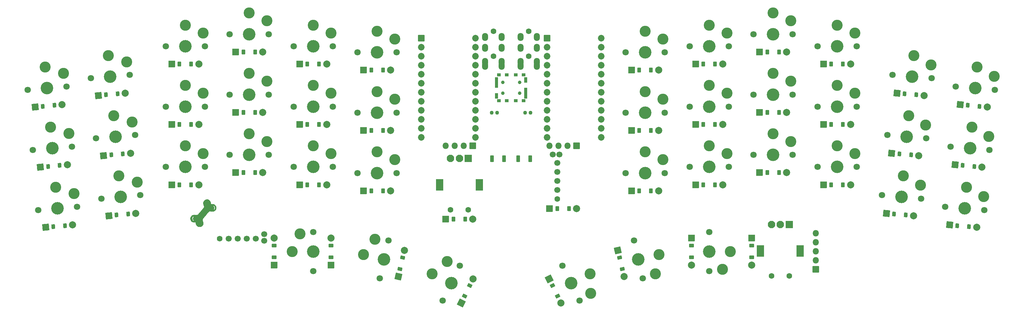
<source format=gbr>
%TF.GenerationSoftware,KiCad,Pcbnew,(6.0.6)*%
%TF.CreationDate,2022-07-17T13:15:28+02:00*%
%TF.ProjectId,main_wired,6d61696e-5f77-4697-9265-642e6b696361,v1.0.0*%
%TF.SameCoordinates,Original*%
%TF.FileFunction,Soldermask,Top*%
%TF.FilePolarity,Negative*%
%FSLAX46Y46*%
G04 Gerber Fmt 4.6, Leading zero omitted, Abs format (unit mm)*
G04 Created by KiCad (PCBNEW (6.0.6)) date 2022-07-17 13:15:28*
%MOMM*%
%LPD*%
G01*
G04 APERTURE LIST*
G04 Aperture macros list*
%AMRoundRect*
0 Rectangle with rounded corners*
0 $1 Rounding radius*
0 $2 $3 $4 $5 $6 $7 $8 $9 X,Y pos of 4 corners*
0 Add a 4 corners polygon primitive as box body*
4,1,4,$2,$3,$4,$5,$6,$7,$8,$9,$2,$3,0*
0 Add four circle primitives for the rounded corners*
1,1,$1+$1,$2,$3*
1,1,$1+$1,$4,$5*
1,1,$1+$1,$6,$7*
1,1,$1+$1,$8,$9*
0 Add four rect primitives between the rounded corners*
20,1,$1+$1,$2,$3,$4,$5,0*
20,1,$1+$1,$4,$5,$6,$7,0*
20,1,$1+$1,$6,$7,$8,$9,0*
20,1,$1+$1,$8,$9,$2,$3,0*%
G04 Aperture macros list end*
%ADD10C,1.100000*%
%ADD11C,3.100000*%
%ADD12C,1.801800*%
%ADD13C,3.529000*%
%ADD14RoundRect,0.050000X-0.850000X-0.850000X0.850000X-0.850000X0.850000X0.850000X-0.850000X0.850000X0*%
%ADD15O,1.800000X1.800000*%
%ADD16RoundRect,0.050000X-0.600000X0.450000X-0.600000X-0.450000X0.600000X-0.450000X0.600000X0.450000X0*%
%ADD17C,2.005000*%
%ADD18RoundRect,0.050000X-0.889000X0.889000X-0.889000X-0.889000X0.889000X-0.889000X0.889000X0.889000X0*%
%ADD19C,1.000000*%
%ADD20RoundRect,0.050000X-0.500000X-0.400000X0.500000X-0.400000X0.500000X0.400000X-0.500000X0.400000X0*%
%ADD21RoundRect,0.050000X-0.350000X-0.750000X0.350000X-0.750000X0.350000X0.750000X-0.350000X0.750000X0*%
%ADD22C,1.600000*%
%ADD23O,1.700000X2.300000*%
%ADD24RoundRect,0.050000X0.600000X-0.450000X0.600000X0.450000X-0.600000X0.450000X-0.600000X-0.450000X0*%
%ADD25RoundRect,0.050000X0.889000X-0.889000X0.889000X0.889000X-0.889000X0.889000X-0.889000X-0.889000X0*%
%ADD26C,1.700000*%
%ADD27RoundRect,0.050000X-0.450000X-0.600000X0.450000X-0.600000X0.450000X0.600000X-0.450000X0.600000X0*%
%ADD28RoundRect,0.050000X-0.889000X-0.889000X0.889000X-0.889000X0.889000X0.889000X-0.889000X0.889000X0*%
%ADD29RoundRect,0.050000X-1.000000X1.600000X-1.000000X-1.600000X1.000000X-1.600000X1.000000X1.600000X0*%
%ADD30RoundRect,0.050000X-1.000000X1.000000X-1.000000X-1.000000X1.000000X-1.000000X1.000000X1.000000X0*%
%ADD31C,2.100000*%
%ADD32RoundRect,0.050000X-0.500581X-0.558497X0.395994X-0.636937X0.500581X0.558497X-0.395994X0.636937X0*%
%ADD33RoundRect,0.050000X-0.963099X-0.808136X0.808136X-0.963099X0.963099X0.808136X-0.808136X0.963099X0*%
%ADD34RoundRect,0.050000X-0.685850X0.303496X-0.483394X-0.573437X0.685850X-0.303496X0.483394X0.573437X0*%
%ADD35RoundRect,0.050000X-1.066196X0.666234X-0.666234X-1.066196X1.066196X-0.666234X0.666234X1.066196X0*%
%ADD36RoundRect,0.050000X-0.395994X-0.636937X0.500581X-0.558497X0.395994X0.636937X-0.500581X0.558497X0*%
%ADD37RoundRect,0.050000X-0.808136X-0.963099X0.963099X-0.808136X0.808136X0.963099X-0.963099X0.808136X0*%
%ADD38RoundRect,0.050000X0.342009X-0.667480X0.736543X0.141435X-0.342009X0.667480X-0.736543X-0.141435X0*%
%ADD39RoundRect,0.050000X0.409316X-1.188740X1.188740X0.409316X-0.409316X1.188740X-1.188740X-0.409316X0*%
%ADD40RoundRect,0.050000X-0.450000X-0.850000X0.450000X-0.850000X0.450000X0.850000X-0.450000X0.850000X0*%
%ADD41RoundRect,0.050000X-0.876300X0.876300X-0.876300X-0.876300X0.876300X-0.876300X0.876300X0.876300X0*%
%ADD42C,1.852600*%
%ADD43RoundRect,0.050000X0.483394X-0.573437X0.685850X0.303496X-0.483394X0.573437X-0.685850X-0.303496X0*%
%ADD44RoundRect,0.050000X0.666234X-1.066196X1.066196X0.666234X-0.666234X1.066196X-1.066196X-0.666234X0*%
%ADD45RoundRect,0.050000X-0.736543X0.141435X-0.342009X-0.667480X0.736543X-0.141435X0.342009X0.667480X0*%
%ADD46RoundRect,0.050000X-1.188740X0.409316X-0.409316X-1.188740X1.188740X-0.409316X0.409316X1.188740X0*%
G04 APERTURE END LIST*
%TO.C,REF\u002A\u002A*%
G36*
X123773592Y-91678533D02*
G01*
X123794607Y-91540534D01*
X123833305Y-91408437D01*
X123834777Y-91404481D01*
X123891459Y-91279981D01*
X123964581Y-91163996D01*
X124052707Y-91058192D01*
X124154403Y-90964228D01*
X124268238Y-90883769D01*
X124299883Y-90865132D01*
X124396069Y-90816028D01*
X124492767Y-90778112D01*
X124594285Y-90750213D01*
X124704936Y-90731164D01*
X124829033Y-90719792D01*
X124837384Y-90719306D01*
X124909431Y-90715903D01*
X124971019Y-90714894D01*
X125026736Y-90716760D01*
X125081165Y-90721983D01*
X125138894Y-90731047D01*
X125204506Y-90744431D01*
X125282590Y-90762620D01*
X125307647Y-90768721D01*
X125368261Y-90783328D01*
X125414542Y-90793610D01*
X125450669Y-90800116D01*
X125480818Y-90803393D01*
X125509169Y-90803990D01*
X125539900Y-90802453D01*
X125555470Y-90801225D01*
X125602000Y-90796317D01*
X125637679Y-90789249D01*
X125670796Y-90777743D01*
X125709641Y-90759524D01*
X125712482Y-90758094D01*
X125751786Y-90736796D01*
X125792020Y-90711854D01*
X125833926Y-90682495D01*
X125878241Y-90647948D01*
X125925709Y-90607440D01*
X125977066Y-90560199D01*
X126033055Y-90505451D01*
X126094416Y-90442426D01*
X126161889Y-90370350D01*
X126236212Y-90288452D01*
X126318129Y-90195957D01*
X126408377Y-90092097D01*
X126507699Y-89976096D01*
X126616833Y-89847183D01*
X126736520Y-89704584D01*
X126833342Y-89588567D01*
X126949862Y-89448472D01*
X127054584Y-89322050D01*
X127148124Y-89208409D01*
X127231097Y-89106652D01*
X127304118Y-89015885D01*
X127367804Y-88935215D01*
X127422770Y-88863744D01*
X127469631Y-88800580D01*
X127509005Y-88744826D01*
X127541505Y-88695588D01*
X127567749Y-88651971D01*
X127588351Y-88613081D01*
X127603927Y-88578022D01*
X127615093Y-88545901D01*
X127622465Y-88515821D01*
X127626658Y-88486888D01*
X127628287Y-88458208D01*
X127628205Y-88445942D01*
X127628121Y-88433444D01*
X127621436Y-88361558D01*
X127605267Y-88273951D01*
X127589669Y-88211137D01*
X130312041Y-88211137D01*
X130315406Y-88244270D01*
X130333427Y-88286282D01*
X130366442Y-88338072D01*
X130392629Y-88372991D01*
X130418414Y-88408478D01*
X130442529Y-88445932D01*
X130458105Y-88474051D01*
X130482341Y-88537857D01*
X130500944Y-88614578D01*
X130513259Y-88698648D01*
X130518626Y-88784498D01*
X130516387Y-88866559D01*
X130510374Y-88916224D01*
X130502460Y-88950023D01*
X130488874Y-88994836D01*
X130471701Y-89044183D01*
X130457448Y-89080932D01*
X130433493Y-89143170D01*
X130418684Y-89191445D01*
X130412704Y-89228437D01*
X130415235Y-89256821D01*
X130425963Y-89279275D01*
X130432964Y-89287717D01*
X130452754Y-89305529D01*
X130469661Y-89309295D01*
X130489899Y-89298989D01*
X130504549Y-89287443D01*
X130543760Y-89245603D01*
X130581531Y-89187939D01*
X130616483Y-89117767D01*
X130647236Y-89038403D01*
X130672410Y-88953164D01*
X130690623Y-88865366D01*
X130695998Y-88827425D01*
X130700648Y-88742126D01*
X130692889Y-88659374D01*
X130671884Y-88575984D01*
X130636792Y-88488773D01*
X130586774Y-88394558D01*
X130577884Y-88379543D01*
X130545829Y-88328151D01*
X130517952Y-88289036D01*
X130490224Y-88257183D01*
X130458619Y-88227576D01*
X130449965Y-88220210D01*
X130408459Y-88188394D01*
X130376203Y-88171236D01*
X130350912Y-88168117D01*
X130330298Y-88178422D01*
X130323002Y-88185983D01*
X130312041Y-88211137D01*
X127589669Y-88211137D01*
X127579806Y-88171415D01*
X127545248Y-88054741D01*
X127509350Y-87946452D01*
X127468252Y-87819004D01*
X127437841Y-87704212D01*
X127417719Y-87599132D01*
X127407490Y-87500815D01*
X127406757Y-87406313D01*
X127415123Y-87312677D01*
X127419782Y-87281650D01*
X127449036Y-87159713D01*
X127495604Y-87038952D01*
X127557702Y-86921815D01*
X127633546Y-86810749D01*
X127721351Y-86708197D01*
X127819333Y-86616608D01*
X127925708Y-86538429D01*
X127989290Y-86500869D01*
X128055128Y-86467030D01*
X128114647Y-86440854D01*
X128172678Y-86421001D01*
X128234046Y-86406132D01*
X128303581Y-86394907D01*
X128386109Y-86385987D01*
X128411363Y-86383791D01*
X128476421Y-86378589D01*
X128526704Y-86375360D01*
X128566477Y-86374140D01*
X128600009Y-86374962D01*
X128631565Y-86377859D01*
X128665413Y-86382865D01*
X128683211Y-86385937D01*
X128820815Y-86419770D01*
X128951363Y-86470608D01*
X129073488Y-86537219D01*
X129185815Y-86618373D01*
X129286974Y-86712840D01*
X129375595Y-86819391D01*
X129450305Y-86936793D01*
X129509732Y-87063819D01*
X129540747Y-87155178D01*
X129549972Y-87193145D01*
X129560245Y-87245852D01*
X129570827Y-87308981D01*
X129580973Y-87378213D01*
X129586949Y-87424154D01*
X129597284Y-87503918D01*
X129607539Y-87566542D01*
X129619505Y-87613931D01*
X129634973Y-87647997D01*
X129655736Y-87670643D01*
X129683583Y-87683782D01*
X129720307Y-87689320D01*
X129767699Y-87689164D01*
X129827550Y-87685222D01*
X129831750Y-87684894D01*
X129981229Y-87677158D01*
X130116093Y-87678944D01*
X130238521Y-87690595D01*
X130350694Y-87712456D01*
X130454794Y-87744869D01*
X130552999Y-87788181D01*
X130581318Y-87803175D01*
X130698345Y-87878243D01*
X130803853Y-87967776D01*
X130896896Y-88070285D01*
X130976532Y-88184278D01*
X131041817Y-88308267D01*
X131091807Y-88440761D01*
X131125556Y-88580272D01*
X131139212Y-88683552D01*
X131144804Y-88794827D01*
X131140541Y-88895359D01*
X131125991Y-88991061D01*
X131112868Y-89045946D01*
X131068428Y-89174982D01*
X131006891Y-89297577D01*
X130929687Y-89412099D01*
X130838247Y-89516913D01*
X130734000Y-89610388D01*
X130618377Y-89690889D01*
X130492808Y-89756784D01*
X130488722Y-89758598D01*
X130421176Y-89786109D01*
X130356287Y-89807066D01*
X130288487Y-89822782D01*
X130212213Y-89834571D01*
X130131037Y-89842967D01*
X130070458Y-89847757D01*
X130019044Y-89850412D01*
X129972350Y-89850661D01*
X129925930Y-89848239D01*
X129875340Y-89842875D01*
X129816135Y-89834303D01*
X129743870Y-89822253D01*
X129720571Y-89818199D01*
X129621340Y-89803167D01*
X129521037Y-89792265D01*
X129424708Y-89785847D01*
X129337396Y-89784263D01*
X129274139Y-89786975D01*
X129230470Y-89790922D01*
X129199209Y-89795721D01*
X129173671Y-89803523D01*
X129147167Y-89816479D01*
X129113012Y-89836742D01*
X129105946Y-89841078D01*
X129075013Y-89861444D01*
X129042723Y-89885680D01*
X129007871Y-89915010D01*
X128969252Y-89950660D01*
X128925661Y-89993859D01*
X128875893Y-90045829D01*
X128818744Y-90107799D01*
X128753009Y-90180994D01*
X128677482Y-90266639D01*
X128597374Y-90358567D01*
X128461569Y-90516070D01*
X128326944Y-90674144D01*
X128194862Y-90831118D01*
X128066686Y-90985326D01*
X127943776Y-91135099D01*
X127827498Y-91278768D01*
X127719211Y-91414665D01*
X127620279Y-91541122D01*
X127532063Y-91656472D01*
X127475566Y-91732230D01*
X127413044Y-91818433D01*
X127362224Y-91892561D01*
X127322545Y-91957237D01*
X127293449Y-92015087D01*
X127274380Y-92068736D01*
X127264777Y-92120808D01*
X127264084Y-92173929D01*
X127271741Y-92230723D01*
X127287192Y-92293813D01*
X127309876Y-92365827D01*
X127329073Y-92421018D01*
X127365769Y-92526885D01*
X127395596Y-92619447D01*
X127419681Y-92702786D01*
X127439151Y-92780984D01*
X127455136Y-92858124D01*
X127464359Y-92910659D01*
X127483023Y-93065098D01*
X127486221Y-93208857D01*
X127473752Y-93342809D01*
X127445415Y-93467824D01*
X127401007Y-93584774D01*
X127340327Y-93694528D01*
X127263172Y-93797959D01*
X127257209Y-93804917D01*
X127156896Y-93906454D01*
X127044099Y-93993982D01*
X126920390Y-94066487D01*
X126787343Y-94122957D01*
X126740865Y-94138141D01*
X126695899Y-94149287D01*
X126637324Y-94160241D01*
X126570443Y-94170353D01*
X126500565Y-94178975D01*
X126432991Y-94185459D01*
X126373028Y-94189156D01*
X126325980Y-94189419D01*
X126322629Y-94189255D01*
X126227504Y-94180591D01*
X126142576Y-94164737D01*
X126059714Y-94140016D01*
X126029124Y-94128739D01*
X125913522Y-94074422D01*
X125802637Y-94003163D01*
X125698197Y-93916928D01*
X125601928Y-93817679D01*
X125515562Y-93707383D01*
X125440823Y-93588002D01*
X125379442Y-93461503D01*
X125336517Y-93341410D01*
X125325502Y-93296464D01*
X125315690Y-93238977D01*
X125306730Y-93166610D01*
X125299779Y-93094578D01*
X125293486Y-93026204D01*
X125287530Y-92974427D01*
X125280953Y-92936746D01*
X125272799Y-92910661D01*
X125262111Y-92893672D01*
X125247929Y-92883279D01*
X125229298Y-92876979D01*
X125215357Y-92874083D01*
X125188023Y-92871660D01*
X125149422Y-92871493D01*
X125107295Y-92873586D01*
X125101749Y-92874043D01*
X124931954Y-92882096D01*
X124773853Y-92875811D01*
X124627733Y-92855228D01*
X124493883Y-92820392D01*
X124372593Y-92771342D01*
X124363143Y-92766655D01*
X124240003Y-92694493D01*
X124129126Y-92608633D01*
X124031556Y-92510320D01*
X123948328Y-92400799D01*
X123880483Y-92281313D01*
X123829062Y-92153103D01*
X123817016Y-92113208D01*
X123784760Y-91966342D01*
X123778084Y-91899238D01*
X123770297Y-91820959D01*
X123771989Y-91747823D01*
X124373855Y-91747823D01*
X124376561Y-91846879D01*
X124390493Y-91945365D01*
X124414521Y-92040774D01*
X124447514Y-92130599D01*
X124488337Y-92212331D01*
X124535862Y-92283465D01*
X124588954Y-92341490D01*
X124646483Y-92383901D01*
X124665344Y-92393626D01*
X124693248Y-92406310D01*
X124713117Y-92414911D01*
X124719826Y-92417355D01*
X124728988Y-92412678D01*
X124747469Y-92401499D01*
X124749547Y-92400187D01*
X124767658Y-92385001D01*
X124775297Y-92371133D01*
X124775278Y-92370323D01*
X124767463Y-92343099D01*
X124748789Y-92304696D01*
X124721020Y-92258321D01*
X124685919Y-92207184D01*
X124684959Y-92205869D01*
X124624045Y-92112333D01*
X124580017Y-92020356D01*
X124551442Y-91925935D01*
X124536891Y-91825067D01*
X124534783Y-91785553D01*
X124535015Y-91715769D01*
X124541769Y-91657135D01*
X124556712Y-91602284D01*
X124581515Y-91543850D01*
X124596071Y-91514932D01*
X124628665Y-91444907D01*
X124648745Y-91384517D01*
X124656187Y-91334791D01*
X124650869Y-91296757D01*
X124632667Y-91271441D01*
X124625902Y-91267120D01*
X124610795Y-91260279D01*
X124597300Y-91259807D01*
X124579536Y-91266996D01*
X124551622Y-91283137D01*
X124550890Y-91283577D01*
X124500334Y-91324997D01*
X124457712Y-91383093D01*
X124423366Y-91456969D01*
X124397638Y-91545733D01*
X124380868Y-91648487D01*
X124373855Y-91747823D01*
X123771989Y-91747823D01*
X123773592Y-91678533D01*
G37*
%TD*%
D10*
%TO.C,*%
X210113557Y-61956210D03*
X208613557Y-61956210D03*
%TD*%
D11*
%TO.C,S26*%
X330688814Y-65433601D03*
D12*
X330860077Y-69212909D03*
X319901935Y-68254195D03*
D13*
X325381006Y-68733552D03*
D11*
X325899583Y-62806194D03*
%TD*%
D13*
%TO.C,S42*%
X230915733Y-109987800D03*
D11*
X236478066Y-112837878D03*
D12*
X233326774Y-114931167D03*
X228504692Y-105044433D03*
D11*
X236263558Y-107379492D03*
%TD*%
D14*
%TO.C,REF\u002A\u002A*%
X299763557Y-106056210D03*
D15*
X299763557Y-103516210D03*
X299763557Y-100976210D03*
X299763557Y-98436210D03*
X299763557Y-95896210D03*
%TD*%
D16*
%TO.C,D40*%
X264763557Y-99406210D03*
D17*
X264763557Y-104866210D03*
D18*
X264763557Y-97246210D03*
D16*
X264763557Y-102706210D03*
%TD*%
D13*
%TO.C,S28*%
X305763557Y-77256210D03*
D11*
X310763557Y-73506210D03*
D12*
X300263557Y-77256210D03*
D11*
X305763557Y-71306210D03*
D12*
X311263557Y-77256210D03*
%TD*%
D19*
%TO.C,*%
X216433557Y-56456210D03*
D20*
X217543557Y-58606210D03*
D19*
X216433557Y-53456210D03*
X216433557Y-56456210D03*
D20*
X215333557Y-58606210D03*
X215333557Y-51306210D03*
D19*
X216433557Y-53456210D03*
D20*
X217543557Y-51306210D03*
D21*
X218193557Y-52706210D03*
X218193557Y-55706210D03*
X218193557Y-57206210D03*
%TD*%
D12*
%TO.C,S22*%
X336203627Y-88451840D03*
D11*
X346990506Y-85631246D03*
D13*
X341682698Y-88931197D03*
D12*
X347161769Y-89410554D03*
D11*
X342201275Y-83003839D03*
%TD*%
D22*
%TO.C,REF\u002A\u002A*%
X209063557Y-39056210D03*
X209063557Y-46056210D03*
D23*
X211363557Y-48756210D03*
X206763557Y-48756210D03*
X206763557Y-47656210D03*
X211363557Y-47656210D03*
X206763557Y-43656210D03*
X211363557Y-43656210D03*
X211363557Y-40656210D03*
X206763557Y-40656210D03*
%TD*%
D13*
%TO.C,S8*%
X122363557Y-60256210D03*
D11*
X122363557Y-54306210D03*
X127363557Y-56506210D03*
D12*
X127863557Y-60256210D03*
X116863557Y-60256210D03*
%TD*%
D17*
%TO.C,D19*%
X163363557Y-97246210D03*
D24*
X163363557Y-102706210D03*
D25*
X163363557Y-104866210D03*
D24*
X163363557Y-99406210D03*
%TD*%
D22*
%TO.C,REF\u002A\u002A*%
X227038557Y-86256210D03*
D26*
X227038557Y-76146210D03*
X227038557Y-78686210D03*
X227038557Y-81226210D03*
X227038557Y-83766210D03*
X225813557Y-73756210D03*
X227663557Y-73756210D03*
%TD*%
D13*
%TO.C,S11*%
X140363557Y-56856210D03*
D11*
X145363557Y-53106210D03*
D12*
X134863557Y-56856210D03*
X145863557Y-56856210D03*
D11*
X140363557Y-50906210D03*
%TD*%
D27*
%TO.C,D32*%
X286113557Y-61856210D03*
D17*
X291573557Y-61856210D03*
D27*
X289413557Y-61856210D03*
D28*
X283953557Y-61856210D03*
%TD*%
D17*
%TO.C,D13*%
X162173557Y-82256210D03*
D27*
X156713557Y-82256210D03*
D28*
X154553557Y-82256210D03*
D27*
X160013557Y-82256210D03*
%TD*%
D17*
%TO.C,D29*%
X309573557Y-65256210D03*
D27*
X304113557Y-65256210D03*
X307413557Y-65256210D03*
D28*
X301953557Y-65256210D03*
%TD*%
D29*
%TO.C,ROT2*%
X284203557Y-100936210D03*
X295403557Y-100936210D03*
D22*
X292303557Y-107936210D03*
X287303557Y-107936210D03*
D30*
X292303557Y-93436210D03*
D31*
X287303557Y-93436210D03*
X289803557Y-93436210D03*
%TD*%
D14*
%TO.C,OLED2*%
X232473557Y-71306210D03*
D15*
X229933557Y-71306210D03*
X227393557Y-71306210D03*
X224853557Y-71306210D03*
%TD*%
D32*
%TO.C,D22*%
X339603198Y-93768363D03*
D17*
X345042421Y-94244233D03*
D33*
X337451417Y-93580107D03*
D32*
X342890640Y-94055977D03*
%TD*%
D34*
%TO.C,D41*%
X244587813Y-102825974D03*
D17*
X245816046Y-108146035D03*
D34*
X245330151Y-106041396D03*
D35*
X244101918Y-100721335D03*
%TD*%
D27*
%TO.C,D36*%
X268113557Y-48256210D03*
D17*
X273573557Y-48256210D03*
D28*
X265953557Y-48256210D03*
D27*
X271413557Y-48256210D03*
%TD*%
D14*
%TO.C,OLED1*%
X203273557Y-71306210D03*
D15*
X200733557Y-71306210D03*
X198193557Y-71306210D03*
X195653557Y-71306210D03*
%TD*%
D11*
%TO.C,S5*%
X102227531Y-62806194D03*
X107400247Y-64562043D03*
D12*
X108225179Y-68254195D03*
X97267037Y-69212909D03*
D13*
X102746108Y-68733552D03*
%TD*%
D10*
%TO.C,*%
X218013557Y-61956210D03*
X219513557Y-61956210D03*
%TD*%
D27*
%TO.C,D37*%
X250113557Y-83956210D03*
D17*
X255573557Y-83956210D03*
D27*
X253413557Y-83956210D03*
D28*
X247953557Y-83956210D03*
%TD*%
D27*
%TO.C,D38*%
X250113557Y-66956210D03*
D17*
X255573557Y-66956210D03*
D27*
X253413557Y-66956210D03*
D28*
X247953557Y-66956210D03*
%TD*%
D17*
%TO.C,D24*%
X348005716Y-60373613D03*
D32*
X342566493Y-59897743D03*
D33*
X340414712Y-59709487D03*
D32*
X345853935Y-60185357D03*
%TD*%
D27*
%TO.C,D34*%
X268113557Y-82256210D03*
D17*
X273573557Y-82256210D03*
D27*
X271413557Y-82256210D03*
D28*
X265953557Y-82256210D03*
%TD*%
D11*
%TO.C,S9*%
X127363557Y-39506210D03*
D12*
X127863557Y-43256210D03*
X116863557Y-43256210D03*
D11*
X122363557Y-37306210D03*
D13*
X122363557Y-43256210D03*
%TD*%
D27*
%TO.C,D28*%
X304113557Y-82256210D03*
D17*
X309573557Y-82256210D03*
D27*
X307413557Y-82256210D03*
D28*
X301953557Y-82256210D03*
%TD*%
D32*
%TO.C,D25*%
X321819858Y-90506029D03*
D17*
X327259081Y-90981899D03*
D33*
X319668077Y-90317773D03*
D32*
X325107300Y-90793643D03*
%TD*%
D11*
%TO.C,S39*%
X251763557Y-39006210D03*
D12*
X246263557Y-44956210D03*
D13*
X251763557Y-44956210D03*
D11*
X256763557Y-41206210D03*
D12*
X257263557Y-44956210D03*
%TD*%
D17*
%TO.C,D14*%
X162173557Y-65256210D03*
D27*
X156713557Y-65256210D03*
D28*
X154553557Y-65256210D03*
D27*
X160013557Y-65256210D03*
%TD*%
D17*
%TO.C,D16*%
X180173557Y-83956210D03*
D27*
X174713557Y-83956210D03*
D28*
X172553557Y-83956210D03*
D27*
X178013557Y-83956210D03*
%TD*%
D12*
%TO.C,S21*%
X199622421Y-105044433D03*
X194800339Y-114931167D03*
D11*
X196032758Y-103849938D03*
D13*
X197211380Y-109987800D03*
D11*
X191863555Y-107379492D03*
%TD*%
D22*
%TO.C,REF\u002A\u002A*%
X219013557Y-39056210D03*
X219013557Y-46056210D03*
D23*
X221313557Y-48756210D03*
X216713557Y-48756210D03*
X221313557Y-47656210D03*
X216713557Y-47656210D03*
X216713557Y-43656210D03*
X221313557Y-43656210D03*
X221313557Y-40656210D03*
X216713557Y-40656210D03*
%TD*%
D13*
%TO.C,S10*%
X140363557Y-73856210D03*
D11*
X145363557Y-70106210D03*
X140363557Y-67906210D03*
D12*
X145863557Y-73856210D03*
X134863557Y-73856210D03*
%TD*%
D17*
%TO.C,D46*%
X281763557Y-104866210D03*
D16*
X281763557Y-99406210D03*
X281763557Y-102706210D03*
D18*
X281763557Y-97246210D03*
%TD*%
D12*
%TO.C,S38*%
X257263557Y-61956210D03*
D13*
X251763557Y-61956210D03*
D12*
X246263557Y-61956210D03*
D11*
X256763557Y-58206210D03*
X251763557Y-56006210D03*
%TD*%
D17*
%TO.C,D44*%
X232473557Y-88956210D03*
D27*
X227013557Y-88956210D03*
D28*
X224853557Y-88956210D03*
D27*
X230313557Y-88956210D03*
%TD*%
D11*
%TO.C,S33*%
X287763557Y-33906210D03*
D12*
X293263557Y-39856210D03*
D11*
X292763557Y-36106210D03*
D12*
X282263557Y-39856210D03*
D13*
X287763557Y-39856210D03*
%TD*%
D17*
%TO.C,D2*%
X89194049Y-76644797D03*
D36*
X83754826Y-77120667D03*
X87042268Y-76833053D03*
D37*
X81603045Y-77308923D03*
%TD*%
D12*
%TO.C,S1*%
X80965345Y-89410554D03*
D13*
X86444416Y-88931197D03*
D11*
X91098555Y-84759688D03*
D12*
X91923487Y-88451840D03*
D11*
X85925839Y-83003839D03*
%TD*%
D29*
%TO.C,ROT1*%
X205103557Y-82336210D03*
X193903557Y-82336210D03*
D22*
X202003557Y-89336210D03*
X197003557Y-89336210D03*
D30*
X202003557Y-74836210D03*
D31*
X197003557Y-74836210D03*
X199503557Y-74836210D03*
%TD*%
D17*
%TO.C,D11*%
X144173557Y-61856210D03*
D27*
X138713557Y-61856210D03*
D28*
X136553557Y-61856210D03*
D27*
X142013557Y-61856210D03*
%TD*%
D36*
%TO.C,D1*%
X85236473Y-94055977D03*
D17*
X90675696Y-93580107D03*
D36*
X88523915Y-93768363D03*
D37*
X83084692Y-94244233D03*
%TD*%
D17*
%TO.C,D21*%
X203375544Y-108755250D03*
D38*
X200982038Y-113662665D03*
D39*
X200035156Y-115604060D03*
D38*
X202428662Y-110696645D03*
%TD*%
D40*
%TO.C,*%
X219463557Y-74956210D03*
X216063557Y-74956210D03*
%TD*%
D12*
%TO.C,S12*%
X134863557Y-39856210D03*
D13*
X140363557Y-39856210D03*
D12*
X145863557Y-39856210D03*
D11*
X140363557Y-33906210D03*
X145363557Y-36106210D03*
%TD*%
D17*
%TO.C,D26*%
X328740729Y-74046589D03*
D32*
X323301506Y-73570719D03*
D33*
X321149725Y-73382463D03*
D32*
X326588948Y-73858333D03*
%TD*%
D13*
%TO.C,S20*%
X178296281Y-103308930D03*
D11*
X172498779Y-101970471D03*
D12*
X179533512Y-97949895D03*
X177059050Y-108667965D03*
D11*
X175767149Y-97593513D03*
%TD*%
D27*
%TO.C,D31*%
X286113557Y-78856210D03*
D17*
X291573557Y-78856210D03*
D28*
X283953557Y-78856210D03*
D27*
X289413557Y-78856210D03*
%TD*%
D11*
%TO.C,S25*%
X329207166Y-82368911D03*
X324417935Y-79741504D03*
D12*
X329378429Y-86148219D03*
X318420287Y-85189505D03*
D13*
X323899358Y-85668862D03*
%TD*%
D17*
%TO.C,D30*%
X309573557Y-48256210D03*
D27*
X304113557Y-48256210D03*
D28*
X301953557Y-48256210D03*
D27*
X307413557Y-48256210D03*
%TD*%
D13*
%TO.C,S36*%
X269763557Y-43256210D03*
D12*
X275263557Y-43256210D03*
D11*
X269763557Y-37306210D03*
D12*
X264263557Y-43256210D03*
D11*
X274763557Y-39506210D03*
%TD*%
D27*
%TO.C,D12*%
X138713557Y-44856210D03*
D17*
X144173557Y-44856210D03*
D28*
X136553557Y-44856210D03*
D27*
X142013557Y-44856210D03*
%TD*%
D17*
%TO.C,D15*%
X162173557Y-48256210D03*
D27*
X156713557Y-48256210D03*
X160013557Y-48256210D03*
D28*
X154553557Y-48256210D03*
%TD*%
D17*
%TO.C,D5*%
X106977388Y-73382463D03*
D36*
X101538165Y-73858333D03*
X104825607Y-73570719D03*
D37*
X99386384Y-74046589D03*
%TD*%
D27*
%TO.C,D17*%
X174713557Y-66956210D03*
D17*
X180173557Y-66956210D03*
D28*
X172553557Y-66956210D03*
D27*
X178013557Y-66956210D03*
%TD*%
D17*
%TO.C,D9*%
X126173557Y-48256210D03*
D27*
X120713557Y-48256210D03*
X124013557Y-48256210D03*
D28*
X118553557Y-48256210D03*
%TD*%
D11*
%TO.C,S6*%
X105918599Y-47626733D03*
D13*
X101264460Y-51798242D03*
D11*
X100745883Y-45870884D03*
D12*
X95785389Y-52277599D03*
X106743531Y-51318885D03*
%TD*%
D11*
%TO.C,S7*%
X127363557Y-73506210D03*
X122363557Y-71306210D03*
D12*
X116863557Y-77256210D03*
X127863557Y-77256210D03*
D13*
X122363557Y-77256210D03*
%TD*%
D19*
%TO.C,*%
X211693557Y-56456210D03*
D20*
X212793557Y-51306210D03*
D19*
X211693557Y-56456210D03*
D20*
X212793557Y-58606210D03*
D19*
X211693557Y-53456210D03*
D20*
X210583557Y-58606210D03*
D19*
X211693557Y-53456210D03*
D20*
X210583557Y-51306210D03*
D21*
X209933557Y-57206210D03*
X209933557Y-54206210D03*
X209933557Y-52706210D03*
%TD*%
D27*
%TO.C,D18*%
X174713557Y-49956210D03*
D17*
X180173557Y-49956210D03*
D27*
X178013557Y-49956210D03*
D28*
X172553557Y-49956210D03*
%TD*%
D11*
%TO.C,S41*%
X255628334Y-101970471D03*
D12*
X251068063Y-108667965D03*
D13*
X249830832Y-103308930D03*
D12*
X248593601Y-97949895D03*
D11*
X254609475Y-107337214D03*
%TD*%
D27*
%TO.C,D39*%
X250113557Y-49956210D03*
D17*
X255573557Y-49956210D03*
D27*
X253413557Y-49956210D03*
D28*
X247953557Y-49956210D03*
%TD*%
D11*
%TO.C,S19*%
X154613557Y-96056210D03*
D12*
X158363557Y-106556210D03*
D13*
X158363557Y-101056210D03*
D11*
X152413557Y-101056210D03*
D12*
X158363557Y-95556210D03*
%TD*%
D22*
%TO.C,REF\u002A\u002A*%
X132063557Y-97431210D03*
D26*
X142173557Y-97431210D03*
X139633557Y-97431210D03*
X137093557Y-97431210D03*
X134553557Y-97431210D03*
X144563557Y-96206210D03*
X144563557Y-98056210D03*
%TD*%
D17*
%TO.C,D7*%
X126173557Y-82256210D03*
D27*
X120713557Y-82256210D03*
X124013557Y-82256210D03*
D28*
X118553557Y-82256210D03*
%TD*%
D17*
%TO.C,D6*%
X105495741Y-56447153D03*
D36*
X100056518Y-56923023D03*
X103343960Y-56635409D03*
D37*
X97904737Y-57111279D03*
%TD*%
D13*
%TO.C,S37*%
X251763557Y-78956210D03*
D12*
X257263557Y-78956210D03*
D11*
X256763557Y-75206210D03*
X251763557Y-73006210D03*
D12*
X246263557Y-78956210D03*
%TD*%
D17*
%TO.C,D45*%
X147363557Y-97246210D03*
D24*
X147363557Y-102706210D03*
D25*
X147363557Y-104866210D03*
D24*
X147363557Y-99406210D03*
%TD*%
D11*
%TO.C,S40*%
X273513557Y-106056210D03*
D13*
X269763557Y-101056210D03*
D11*
X275713557Y-101056210D03*
D12*
X269763557Y-106556210D03*
X269763557Y-95556210D03*
%TD*%
%TO.C,S24*%
X350125064Y-55539934D03*
D11*
X349953801Y-51760626D03*
D12*
X339166922Y-54581220D03*
D13*
X344645993Y-55060577D03*
D11*
X345164570Y-49133219D03*
%TD*%
D12*
%TO.C,S31*%
X282263557Y-73856210D03*
D11*
X292763557Y-70106210D03*
D13*
X287763557Y-73856210D03*
D11*
X287763557Y-67906210D03*
D12*
X293263557Y-73856210D03*
%TD*%
D40*
%TO.C,*%
X212063557Y-74956210D03*
X208663557Y-74956210D03*
%TD*%
D17*
%TO.C,D10*%
X144173557Y-78856210D03*
D27*
X138713557Y-78856210D03*
X142013557Y-78856210D03*
D28*
X136553557Y-78856210D03*
%TD*%
D17*
%TO.C,D43*%
X203273557Y-91956210D03*
D27*
X197813557Y-91956210D03*
D28*
X195653557Y-91956210D03*
D27*
X201113557Y-91956210D03*
%TD*%
D12*
%TO.C,S4*%
X109706826Y-85189505D03*
D11*
X108881894Y-81497353D03*
D12*
X98748684Y-86148219D03*
D11*
X103709178Y-79741504D03*
D13*
X104227755Y-85668862D03*
%TD*%
D12*
%TO.C,S32*%
X282263557Y-56856210D03*
D11*
X292763557Y-53106210D03*
X287763557Y-50906210D03*
D12*
X293263557Y-56856210D03*
D13*
X287763557Y-56856210D03*
%TD*%
D32*
%TO.C,D27*%
X324783154Y-56635409D03*
D17*
X330222377Y-57111279D03*
D33*
X322631373Y-56447153D03*
D32*
X328070596Y-56923023D03*
%TD*%
D41*
%TO.C,MCU2*%
X224143557Y-40986210D03*
D42*
X224143557Y-43526210D03*
X224143557Y-46066210D03*
X224143557Y-48606210D03*
X224143557Y-51146210D03*
X224143557Y-53686210D03*
X224143557Y-56226210D03*
X224143557Y-58766210D03*
X224143557Y-61306210D03*
X224143557Y-63846210D03*
X224143557Y-66386210D03*
X224143557Y-68926210D03*
X239383557Y-40986210D03*
X239383557Y-43526210D03*
X239383557Y-46066210D03*
X239383557Y-48606210D03*
X239383557Y-51146210D03*
X239383557Y-53686210D03*
X239383557Y-56226210D03*
X239383557Y-58766210D03*
X239383557Y-61306210D03*
X239383557Y-63846210D03*
X239383557Y-66386210D03*
X239383557Y-68926210D03*
%TD*%
D12*
%TO.C,S13*%
X152863557Y-77256210D03*
X163863557Y-77256210D03*
D11*
X163363557Y-73506210D03*
X158363557Y-71306210D03*
D13*
X158363557Y-77256210D03*
%TD*%
D43*
%TO.C,D20*%
X182796963Y-106041396D03*
D17*
X184025196Y-100721335D03*
D44*
X182311068Y-108146035D03*
D43*
X183539301Y-102825974D03*
%TD*%
D36*
%TO.C,D3*%
X82273178Y-60185357D03*
D17*
X87712401Y-59709487D03*
D37*
X80121397Y-60373613D03*
D36*
X85560620Y-59897743D03*
%TD*%
D32*
%TO.C,D23*%
X341084846Y-76833053D03*
D17*
X346524069Y-77308923D03*
D33*
X338933065Y-76644797D03*
D32*
X344372288Y-77120667D03*
%TD*%
D12*
%TO.C,S30*%
X311263557Y-43256210D03*
D13*
X305763557Y-43256210D03*
D11*
X310763557Y-39506210D03*
D12*
X300263557Y-43256210D03*
D11*
X305763557Y-37306210D03*
%TD*%
D27*
%TO.C,D33*%
X286113557Y-44856210D03*
D17*
X291573557Y-44856210D03*
D27*
X289413557Y-44856210D03*
D28*
X283953557Y-44856210D03*
%TD*%
D13*
%TO.C,S3*%
X83481120Y-55060577D03*
D11*
X82962543Y-49133219D03*
D12*
X78002049Y-55539934D03*
D11*
X88135259Y-50889068D03*
D12*
X88960191Y-54581220D03*
%TD*%
D36*
%TO.C,D4*%
X103019813Y-90793643D03*
D17*
X108459036Y-90317773D03*
D36*
X106307255Y-90506029D03*
D37*
X100868032Y-90981899D03*
%TD*%
D12*
%TO.C,S2*%
X79483697Y-72475244D03*
D13*
X84962768Y-71995887D03*
D11*
X89616907Y-67824378D03*
D12*
X90441839Y-71516530D03*
D11*
X84444191Y-66068529D03*
%TD*%
D12*
%TO.C,S34*%
X275263557Y-77256210D03*
D11*
X269763557Y-71306210D03*
D12*
X264263557Y-77256210D03*
D11*
X274763557Y-73506210D03*
D13*
X269763557Y-77256210D03*
%TD*%
D11*
%TO.C,S35*%
X274763557Y-56506210D03*
D12*
X275263557Y-60256210D03*
X264263557Y-60256210D03*
D11*
X269763557Y-54306210D03*
D13*
X269763557Y-60256210D03*
%TD*%
D27*
%TO.C,D8*%
X120713557Y-65256210D03*
D17*
X126173557Y-65256210D03*
D28*
X118553557Y-65256210D03*
D27*
X124013557Y-65256210D03*
%TD*%
D13*
%TO.C,S16*%
X176363557Y-78956210D03*
D11*
X176363557Y-73006210D03*
X181363557Y-75206210D03*
D12*
X181863557Y-78956210D03*
X170863557Y-78956210D03*
%TD*%
D45*
%TO.C,D42*%
X225698451Y-110696645D03*
D17*
X228091957Y-115604060D03*
D45*
X227145075Y-113662665D03*
D46*
X224751569Y-108755250D03*
%TD*%
D13*
%TO.C,S17*%
X176363557Y-61956210D03*
D12*
X170863557Y-61956210D03*
D11*
X176363557Y-56006210D03*
X181363557Y-58206210D03*
D12*
X181863557Y-61956210D03*
%TD*%
D13*
%TO.C,S15*%
X158363557Y-43256210D03*
D11*
X163363557Y-39506210D03*
X158363557Y-37306210D03*
D12*
X163863557Y-43256210D03*
X152863557Y-43256210D03*
%TD*%
D11*
%TO.C,S23*%
X343682923Y-66068529D03*
D12*
X348643417Y-72475244D03*
D11*
X348472154Y-68695936D03*
D12*
X337685275Y-71516530D03*
D13*
X343164346Y-71995887D03*
%TD*%
D27*
%TO.C,D35*%
X268113557Y-65256210D03*
D17*
X273573557Y-65256210D03*
D28*
X265953557Y-65256210D03*
D27*
X271413557Y-65256210D03*
%TD*%
D12*
%TO.C,S27*%
X321383582Y-51318885D03*
D11*
X332170461Y-48498291D03*
X327381230Y-45870884D03*
D12*
X332341724Y-52277599D03*
D13*
X326862653Y-51798242D03*
%TD*%
D12*
%TO.C,S18*%
X170863557Y-44956210D03*
D11*
X181363557Y-41206210D03*
X176363557Y-39006210D03*
D13*
X176363557Y-44956210D03*
D12*
X181863557Y-44956210D03*
%TD*%
D13*
%TO.C,S29*%
X305763557Y-60256210D03*
D11*
X310763557Y-56506210D03*
D12*
X300263557Y-60256210D03*
D11*
X305763557Y-54306210D03*
D12*
X311263557Y-60256210D03*
%TD*%
D41*
%TO.C,MCU1*%
X188743557Y-40986210D03*
D42*
X188743557Y-43526210D03*
X188743557Y-46066210D03*
X188743557Y-48606210D03*
X188743557Y-51146210D03*
X188743557Y-53686210D03*
X188743557Y-56226210D03*
X188743557Y-58766210D03*
X188743557Y-61306210D03*
X188743557Y-63846210D03*
X188743557Y-66386210D03*
X188743557Y-68926210D03*
X203983557Y-40986210D03*
X203983557Y-43526210D03*
X203983557Y-46066210D03*
X203983557Y-48606210D03*
X203983557Y-51146210D03*
X203983557Y-53686210D03*
X203983557Y-56226210D03*
X203983557Y-58766210D03*
X203983557Y-61306210D03*
X203983557Y-63846210D03*
X203983557Y-66386210D03*
X203983557Y-68926210D03*
%TD*%
D11*
%TO.C,S14*%
X163363557Y-56506210D03*
D13*
X158363557Y-60256210D03*
D11*
X158363557Y-54306210D03*
D12*
X163863557Y-60256210D03*
X152863557Y-60256210D03*
%TD*%
M02*

</source>
